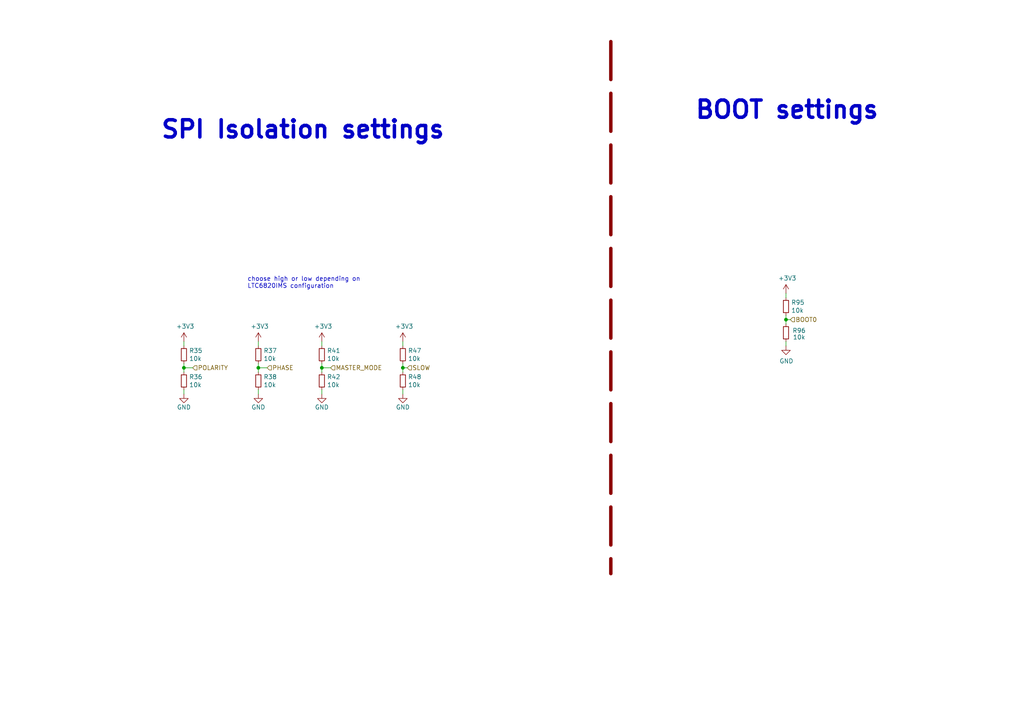
<source format=kicad_sch>
(kicad_sch (version 20211123) (generator eeschema)

  (uuid cc8aafa3-c0f2-46b2-ac4f-fedb29013d76)

  (paper "A4")

  (lib_symbols
    (symbol "Device:R_Small" (pin_numbers hide) (pin_names (offset 0.254) hide) (in_bom yes) (on_board yes)
      (property "Reference" "R" (id 0) (at 0.762 0.508 0)
        (effects (font (size 1.27 1.27)) (justify left))
      )
      (property "Value" "R_Small" (id 1) (at 0.762 -1.016 0)
        (effects (font (size 1.27 1.27)) (justify left))
      )
      (property "Footprint" "" (id 2) (at 0 0 0)
        (effects (font (size 1.27 1.27)) hide)
      )
      (property "Datasheet" "~" (id 3) (at 0 0 0)
        (effects (font (size 1.27 1.27)) hide)
      )
      (property "ki_keywords" "R resistor" (id 4) (at 0 0 0)
        (effects (font (size 1.27 1.27)) hide)
      )
      (property "ki_description" "Resistor, small symbol" (id 5) (at 0 0 0)
        (effects (font (size 1.27 1.27)) hide)
      )
      (property "ki_fp_filters" "R_*" (id 6) (at 0 0 0)
        (effects (font (size 1.27 1.27)) hide)
      )
      (symbol "R_Small_0_1"
        (rectangle (start -0.762 1.778) (end 0.762 -1.778)
          (stroke (width 0.2032) (type default) (color 0 0 0 0))
          (fill (type none))
        )
      )
      (symbol "R_Small_1_1"
        (pin passive line (at 0 2.54 270) (length 0.762)
          (name "~" (effects (font (size 1.27 1.27))))
          (number "1" (effects (font (size 1.27 1.27))))
        )
        (pin passive line (at 0 -2.54 90) (length 0.762)
          (name "~" (effects (font (size 1.27 1.27))))
          (number "2" (effects (font (size 1.27 1.27))))
        )
      )
    )
    (symbol "power:+3.3V" (power) (pin_names (offset 0)) (in_bom yes) (on_board yes)
      (property "Reference" "#PWR" (id 0) (at 0 -3.81 0)
        (effects (font (size 1.27 1.27)) hide)
      )
      (property "Value" "+3.3V" (id 1) (at 0 3.556 0)
        (effects (font (size 1.27 1.27)))
      )
      (property "Footprint" "" (id 2) (at 0 0 0)
        (effects (font (size 1.27 1.27)) hide)
      )
      (property "Datasheet" "" (id 3) (at 0 0 0)
        (effects (font (size 1.27 1.27)) hide)
      )
      (property "ki_keywords" "power-flag" (id 4) (at 0 0 0)
        (effects (font (size 1.27 1.27)) hide)
      )
      (property "ki_description" "Power symbol creates a global label with name \"+3.3V\"" (id 5) (at 0 0 0)
        (effects (font (size 1.27 1.27)) hide)
      )
      (symbol "+3.3V_0_1"
        (polyline
          (pts
            (xy -0.762 1.27)
            (xy 0 2.54)
          )
          (stroke (width 0) (type default) (color 0 0 0 0))
          (fill (type none))
        )
        (polyline
          (pts
            (xy 0 0)
            (xy 0 2.54)
          )
          (stroke (width 0) (type default) (color 0 0 0 0))
          (fill (type none))
        )
        (polyline
          (pts
            (xy 0 2.54)
            (xy 0.762 1.27)
          )
          (stroke (width 0) (type default) (color 0 0 0 0))
          (fill (type none))
        )
      )
      (symbol "+3.3V_1_1"
        (pin power_in line (at 0 0 90) (length 0) hide
          (name "+3V3" (effects (font (size 1.27 1.27))))
          (number "1" (effects (font (size 1.27 1.27))))
        )
      )
    )
    (symbol "power:GND" (power) (pin_names (offset 0)) (in_bom yes) (on_board yes)
      (property "Reference" "#PWR" (id 0) (at 0 -6.35 0)
        (effects (font (size 1.27 1.27)) hide)
      )
      (property "Value" "GND" (id 1) (at 0 -3.81 0)
        (effects (font (size 1.27 1.27)))
      )
      (property "Footprint" "" (id 2) (at 0 0 0)
        (effects (font (size 1.27 1.27)) hide)
      )
      (property "Datasheet" "" (id 3) (at 0 0 0)
        (effects (font (size 1.27 1.27)) hide)
      )
      (property "ki_keywords" "power-flag" (id 4) (at 0 0 0)
        (effects (font (size 1.27 1.27)) hide)
      )
      (property "ki_description" "Power symbol creates a global label with name \"GND\" , ground" (id 5) (at 0 0 0)
        (effects (font (size 1.27 1.27)) hide)
      )
      (symbol "GND_0_1"
        (polyline
          (pts
            (xy 0 0)
            (xy 0 -1.27)
            (xy 1.27 -1.27)
            (xy 0 -2.54)
            (xy -1.27 -1.27)
            (xy 0 -1.27)
          )
          (stroke (width 0) (type default) (color 0 0 0 0))
          (fill (type none))
        )
      )
      (symbol "GND_1_1"
        (pin power_in line (at 0 0 270) (length 0) hide
          (name "GND" (effects (font (size 1.27 1.27))))
          (number "1" (effects (font (size 1.27 1.27))))
        )
      )
    )
  )

  (junction (at 74.93 106.68) (diameter 0) (color 0 0 0 0)
    (uuid 00eb6f8c-bf5d-4ba7-828f-6863d3ee5030)
  )
  (junction (at 93.345 106.68) (diameter 0) (color 0 0 0 0)
    (uuid 06871511-f833-401d-9f09-b2f015c1fdfe)
  )
  (junction (at 116.84 106.68) (diameter 0) (color 0 0 0 0)
    (uuid 2e245bb3-295a-4141-abbd-395e721cbc9e)
  )
  (junction (at 227.965 92.71) (diameter 0) (color 0 0 0 0)
    (uuid 7ac82ae9-eda1-4e2c-8601-3aeaaf08b3ed)
  )
  (junction (at 53.34 106.68) (diameter 0) (color 0 0 0 0)
    (uuid db47cb2f-a4d2-4284-9b9d-be38a06b7578)
  )

  (wire (pts (xy 93.345 106.68) (xy 95.885 106.68))
    (stroke (width 0) (type default) (color 0 0 0 0))
    (uuid 0ecb8126-7a90-4190-8978-22b021680bdd)
  )
  (wire (pts (xy 53.34 99.06) (xy 53.34 100.33))
    (stroke (width 0) (type default) (color 0 0 0 0))
    (uuid 1458456a-55ad-4dd0-8474-2c0380a7c0be)
  )
  (wire (pts (xy 74.93 105.41) (xy 74.93 106.68))
    (stroke (width 0) (type default) (color 0 0 0 0))
    (uuid 185e0d61-5770-49c9-84d7-4317ca79a267)
  )
  (wire (pts (xy 53.34 113.03) (xy 53.34 114.3))
    (stroke (width 0) (type default) (color 0 0 0 0))
    (uuid 1d659f1b-2541-44a9-ab5f-1fab65ebd469)
  )
  (wire (pts (xy 116.84 106.68) (xy 116.84 107.95))
    (stroke (width 0) (type default) (color 0 0 0 0))
    (uuid 2b1824a3-8139-4877-bac1-24fb9cf7cec8)
  )
  (wire (pts (xy 227.965 99.06) (xy 227.965 100.33))
    (stroke (width 0) (type default) (color 0 0 0 0))
    (uuid 2b560322-ab1e-4c2f-87d6-b32da712ab92)
  )
  (wire (pts (xy 116.84 106.68) (xy 118.11 106.68))
    (stroke (width 0) (type default) (color 0 0 0 0))
    (uuid 2f456968-8893-41e6-af5d-a9c897b026ec)
  )
  (wire (pts (xy 74.93 106.68) (xy 77.47 106.68))
    (stroke (width 0) (type default) (color 0 0 0 0))
    (uuid 2f4cf397-f979-492e-be10-f42656541a09)
  )
  (wire (pts (xy 74.93 113.03) (xy 74.93 114.3))
    (stroke (width 0) (type default) (color 0 0 0 0))
    (uuid 672ac2b7-1292-48f3-b122-4528c29334fd)
  )
  (wire (pts (xy 227.965 86.36) (xy 227.965 85.09))
    (stroke (width 0) (type default) (color 0 0 0 0))
    (uuid 6d285fed-2bcf-45ec-81e5-fc7b507af900)
  )
  (wire (pts (xy 116.84 100.33) (xy 116.84 99.06))
    (stroke (width 0) (type default) (color 0 0 0 0))
    (uuid 86b38e72-ba5e-4424-ab91-8dd24649f9a9)
  )
  (wire (pts (xy 53.34 106.68) (xy 55.88 106.68))
    (stroke (width 0) (type default) (color 0 0 0 0))
    (uuid 9d265c53-5e6b-429a-a332-99cc75b89321)
  )
  (polyline (pts (xy 177.165 12.065) (xy 177.165 166.37))
    (stroke (width 1) (type default) (color 132 0 0 1))
    (uuid 9df3b8dc-9bd1-4116-8294-f68e526a1ce3)
  )

  (wire (pts (xy 53.34 106.68) (xy 53.34 107.95))
    (stroke (width 0) (type default) (color 0 0 0 0))
    (uuid a01f1463-7e72-458c-afd7-250686b51e6b)
  )
  (wire (pts (xy 227.965 91.44) (xy 227.965 92.71))
    (stroke (width 0) (type default) (color 0 0 0 0))
    (uuid a648bb14-be34-49d2-b30f-0c0cdb0e391d)
  )
  (wire (pts (xy 116.84 113.03) (xy 116.84 114.3))
    (stroke (width 0) (type default) (color 0 0 0 0))
    (uuid b32e1dbc-28f0-424f-aa3e-d6d23cdd7fd8)
  )
  (wire (pts (xy 74.93 106.68) (xy 74.93 107.95))
    (stroke (width 0) (type default) (color 0 0 0 0))
    (uuid c86db6aa-c53d-4c7e-a5ed-e7db5622d7aa)
  )
  (wire (pts (xy 93.345 113.03) (xy 93.345 114.3))
    (stroke (width 0) (type default) (color 0 0 0 0))
    (uuid c89c99bb-7de4-42fb-b8f4-e73d8e6deb5f)
  )
  (wire (pts (xy 53.34 105.41) (xy 53.34 106.68))
    (stroke (width 0) (type default) (color 0 0 0 0))
    (uuid cbb23396-5808-451f-aa4c-ad06087e5030)
  )
  (wire (pts (xy 116.84 105.41) (xy 116.84 106.68))
    (stroke (width 0) (type default) (color 0 0 0 0))
    (uuid dad14724-434c-448f-8a61-b934cd19c494)
  )
  (wire (pts (xy 93.345 105.41) (xy 93.345 106.68))
    (stroke (width 0) (type default) (color 0 0 0 0))
    (uuid e0dd16bc-c973-4372-86cf-6088eb71d278)
  )
  (wire (pts (xy 93.345 106.68) (xy 93.345 107.95))
    (stroke (width 0) (type default) (color 0 0 0 0))
    (uuid eab18764-4e5f-4fd9-96fc-c77f972c7b2f)
  )
  (wire (pts (xy 229.235 92.71) (xy 227.965 92.71))
    (stroke (width 0) (type default) (color 0 0 0 0))
    (uuid edff1201-6bbb-4a88-9ffd-b95e528c8b60)
  )
  (wire (pts (xy 227.965 92.71) (xy 227.965 93.98))
    (stroke (width 0) (type default) (color 0 0 0 0))
    (uuid fe13ecff-e178-431f-ad03-f53485bf923f)
  )
  (wire (pts (xy 93.345 100.33) (xy 93.345 99.06))
    (stroke (width 0) (type default) (color 0 0 0 0))
    (uuid ffbc7b1c-2d7f-4b92-aba5-ab51cc81cdbb)
  )
  (wire (pts (xy 74.93 100.33) (xy 74.93 99.06))
    (stroke (width 0) (type default) (color 0 0 0 0))
    (uuid ffc686d2-9e47-408a-b43b-8c2eea7de7fd)
  )

  (text "BOOT settings" (at 201.295 34.925 0)
    (effects (font (size 5 5) (thickness 1) bold) (justify left bottom))
    (uuid 7d2755c2-e280-43a2-a42e-aa6e02c2ab3b)
  )
  (text "choose high or low depending on \nLTC6820IMS configuration"
    (at 71.755 83.82 0)
    (effects (font (size 1.27 1.27)) (justify left bottom))
    (uuid bc571b11-0f97-4b07-bae5-fa1038a20cb0)
  )
  (text "SPI Isolation settings" (at 46.355 40.64 0)
    (effects (font (size 5 5) (thickness 1) bold) (justify left bottom))
    (uuid ef7c93ba-bc49-4146-96cc-f903cc297a62)
  )

  (hierarchical_label "BOOT0" (shape input) (at 229.235 92.71 0)
    (effects (font (size 1.27 1.27)) (justify left))
    (uuid 291bd815-fda1-4dd8-91cb-d9a1114fd39f)
  )
  (hierarchical_label "POLARITY" (shape input) (at 55.88 106.68 0)
    (effects (font (size 1.27 1.27)) (justify left))
    (uuid 5761d8a0-9134-42af-bcd4-fe24a5ca8ef8)
  )
  (hierarchical_label "SLOW" (shape input) (at 118.11 106.68 0)
    (effects (font (size 1.27 1.27)) (justify left))
    (uuid a6bd8e82-ecb4-42c9-832d-be6b4790ba79)
  )
  (hierarchical_label "PHASE" (shape input) (at 77.47 106.68 0)
    (effects (font (size 1.27 1.27)) (justify left))
    (uuid c37732e3-4bd7-4977-b545-fba360799ed8)
  )
  (hierarchical_label "MASTER_MODE" (shape input) (at 95.885 106.68 0)
    (effects (font (size 1.27 1.27)) (justify left))
    (uuid c98eaf00-0bfd-4ae9-a4ae-0ee91bbc46d5)
  )

  (symbol (lib_id "Device:R_Small") (at 74.93 102.87 0) (unit 1)
    (in_bom yes) (on_board yes)
    (uuid 19fd6401-c9eb-4e0f-92df-b0ca0b15eed8)
    (property "Reference" "R37" (id 0) (at 76.4286 101.7016 0)
      (effects (font (size 1.27 1.27)) (justify left))
    )
    (property "Value" "10k" (id 1) (at 76.4286 104.013 0)
      (effects (font (size 1.27 1.27)) (justify left))
    )
    (property "Footprint" "Resistor_SMD:R_0603_1608Metric" (id 2) (at 74.93 102.87 0)
      (effects (font (size 1.27 1.27)) hide)
    )
    (property "Datasheet" "~" (id 3) (at 74.93 102.87 0)
      (effects (font (size 1.27 1.27)) hide)
    )
    (pin "1" (uuid 3da78b75-51bc-425d-a507-b6bedb7899ec))
    (pin "2" (uuid 9065300f-8590-411d-aabd-d15ab3648531))
  )

  (symbol (lib_id "Device:R_Small") (at 116.84 102.87 0) (unit 1)
    (in_bom yes) (on_board yes)
    (uuid 1b37a2c9-3121-4be3-b1ec-c227a97526af)
    (property "Reference" "R47" (id 0) (at 118.3386 101.7016 0)
      (effects (font (size 1.27 1.27)) (justify left))
    )
    (property "Value" "10k" (id 1) (at 118.3386 104.013 0)
      (effects (font (size 1.27 1.27)) (justify left))
    )
    (property "Footprint" "Resistor_SMD:R_0603_1608Metric" (id 2) (at 116.84 102.87 0)
      (effects (font (size 1.27 1.27)) hide)
    )
    (property "Datasheet" "~" (id 3) (at 116.84 102.87 0)
      (effects (font (size 1.27 1.27)) hide)
    )
    (pin "1" (uuid cdfa679e-4b8b-4ac9-aa05-fe63f185dd73))
    (pin "2" (uuid 81030a71-863a-4816-a0d0-fb898743ac78))
  )

  (symbol (lib_id "power:GND") (at 116.84 114.3 0) (unit 1)
    (in_bom yes) (on_board yes)
    (uuid 2163377e-fffd-4377-a775-560ba8c56233)
    (property "Reference" "#PWR0151" (id 0) (at 116.84 120.65 0)
      (effects (font (size 1.27 1.27)) hide)
    )
    (property "Value" "GND" (id 1) (at 116.84 118.11 0))
    (property "Footprint" "" (id 2) (at 116.84 114.3 0)
      (effects (font (size 1.27 1.27)) hide)
    )
    (property "Datasheet" "" (id 3) (at 116.84 114.3 0)
      (effects (font (size 1.27 1.27)) hide)
    )
    (pin "1" (uuid 2129fc89-d4c7-4281-9e16-b540bf9d82f2))
  )

  (symbol (lib_id "power:+3.3V") (at 227.965 85.09 0) (unit 1)
    (in_bom yes) (on_board yes)
    (uuid 2316a608-b183-4d5f-8ea0-5804fc61313f)
    (property "Reference" "#PWR0153" (id 0) (at 227.965 88.9 0)
      (effects (font (size 1.27 1.27)) hide)
    )
    (property "Value" "+3.3V" (id 1) (at 228.346 80.6958 0))
    (property "Footprint" "" (id 2) (at 227.965 85.09 0)
      (effects (font (size 1.27 1.27)) hide)
    )
    (property "Datasheet" "" (id 3) (at 227.965 85.09 0)
      (effects (font (size 1.27 1.27)) hide)
    )
    (pin "1" (uuid be63866f-fcfb-4a75-98db-dfeb823beebf))
  )

  (symbol (lib_id "power:GND") (at 93.345 114.3 0) (unit 1)
    (in_bom yes) (on_board yes)
    (uuid 311df764-74e0-430e-a93d-087c32902d21)
    (property "Reference" "#PWR0149" (id 0) (at 93.345 120.65 0)
      (effects (font (size 1.27 1.27)) hide)
    )
    (property "Value" "GND" (id 1) (at 93.345 118.11 0))
    (property "Footprint" "" (id 2) (at 93.345 114.3 0)
      (effects (font (size 1.27 1.27)) hide)
    )
    (property "Datasheet" "" (id 3) (at 93.345 114.3 0)
      (effects (font (size 1.27 1.27)) hide)
    )
    (pin "1" (uuid d8332ef3-c387-42fe-8998-380bf9fc1de1))
  )

  (symbol (lib_id "Device:R_Small") (at 93.345 102.87 0) (unit 1)
    (in_bom yes) (on_board yes)
    (uuid 31969737-7a8f-4945-8c24-65da8a6b792b)
    (property "Reference" "R41" (id 0) (at 94.8436 101.7016 0)
      (effects (font (size 1.27 1.27)) (justify left))
    )
    (property "Value" "10k" (id 1) (at 94.8436 104.013 0)
      (effects (font (size 1.27 1.27)) (justify left))
    )
    (property "Footprint" "Resistor_SMD:R_0603_1608Metric" (id 2) (at 93.345 102.87 0)
      (effects (font (size 1.27 1.27)) hide)
    )
    (property "Datasheet" "~" (id 3) (at 93.345 102.87 0)
      (effects (font (size 1.27 1.27)) hide)
    )
    (pin "1" (uuid 45f2d201-df67-4986-b1f3-8b0422035c1d))
    (pin "2" (uuid 1336440e-3f03-414f-8d8a-94c5038ee78b))
  )

  (symbol (lib_id "Device:R_Small") (at 53.34 102.87 0) (unit 1)
    (in_bom yes) (on_board yes)
    (uuid 3fc52607-4cbd-414a-94a3-8f5fc8edaed0)
    (property "Reference" "R35" (id 0) (at 54.8386 101.7016 0)
      (effects (font (size 1.27 1.27)) (justify left))
    )
    (property "Value" "10k" (id 1) (at 54.8386 104.013 0)
      (effects (font (size 1.27 1.27)) (justify left))
    )
    (property "Footprint" "Resistor_SMD:R_0603_1608Metric" (id 2) (at 53.34 102.87 0)
      (effects (font (size 1.27 1.27)) hide)
    )
    (property "Datasheet" "~" (id 3) (at 53.34 102.87 0)
      (effects (font (size 1.27 1.27)) hide)
    )
    (pin "1" (uuid ffc5c8a8-b1c9-4503-a232-174fee85c095))
    (pin "2" (uuid 1e34707d-4d94-48a1-b586-29620e8f9533))
  )

  (symbol (lib_id "Device:R_Small") (at 227.965 88.9 0) (unit 1)
    (in_bom yes) (on_board yes)
    (uuid 4457562e-310d-428f-be69-51bb81f74ed6)
    (property "Reference" "R95" (id 0) (at 229.4636 87.7316 0)
      (effects (font (size 1.27 1.27)) (justify left))
    )
    (property "Value" "10k" (id 1) (at 229.4636 90.043 0)
      (effects (font (size 1.27 1.27)) (justify left))
    )
    (property "Footprint" "Resistor_SMD:R_0603_1608Metric" (id 2) (at 227.965 88.9 0)
      (effects (font (size 1.27 1.27)) hide)
    )
    (property "Datasheet" "~" (id 3) (at 227.965 88.9 0)
      (effects (font (size 1.27 1.27)) hide)
    )
    (pin "1" (uuid 55c28ae7-73ed-4e29-8e71-31aa673cc081))
    (pin "2" (uuid 761056a7-9a68-4db1-8ce5-d211ed403d1b))
  )

  (symbol (lib_id "Device:R_Small") (at 74.93 110.49 0) (unit 1)
    (in_bom yes) (on_board yes)
    (uuid 8453d425-0ecb-4a50-8e75-3ac509e1ceba)
    (property "Reference" "R38" (id 0) (at 76.4286 109.3216 0)
      (effects (font (size 1.27 1.27)) (justify left))
    )
    (property "Value" "10k" (id 1) (at 76.4286 111.633 0)
      (effects (font (size 1.27 1.27)) (justify left))
    )
    (property "Footprint" "Resistor_SMD:R_0603_1608Metric" (id 2) (at 74.93 110.49 0)
      (effects (font (size 1.27 1.27)) hide)
    )
    (property "Datasheet" "~" (id 3) (at 74.93 110.49 0)
      (effects (font (size 1.27 1.27)) hide)
    )
    (pin "1" (uuid 10404562-a665-48e3-b854-4e198e722be9))
    (pin "2" (uuid 6a2612de-2576-4349-aa46-7660effb3eff))
  )

  (symbol (lib_id "power:GND") (at 74.93 114.3 0) (unit 1)
    (in_bom yes) (on_board yes)
    (uuid a52265a2-b6f5-4b85-95b5-f4be685970e1)
    (property "Reference" "#PWR0150" (id 0) (at 74.93 120.65 0)
      (effects (font (size 1.27 1.27)) hide)
    )
    (property "Value" "GND" (id 1) (at 74.93 118.11 0))
    (property "Footprint" "" (id 2) (at 74.93 114.3 0)
      (effects (font (size 1.27 1.27)) hide)
    )
    (property "Datasheet" "" (id 3) (at 74.93 114.3 0)
      (effects (font (size 1.27 1.27)) hide)
    )
    (pin "1" (uuid 2b45a8a2-6bc5-4e5c-bd05-8b562c2b97f7))
  )

  (symbol (lib_id "power:+3.3V") (at 53.34 99.06 0) (unit 1)
    (in_bom yes) (on_board yes)
    (uuid ae227adc-b236-47c3-8740-3d65abdbdd0a)
    (property "Reference" "#PWR049" (id 0) (at 53.34 102.87 0)
      (effects (font (size 1.27 1.27)) hide)
    )
    (property "Value" "+3.3V" (id 1) (at 53.721 94.6658 0))
    (property "Footprint" "" (id 2) (at 53.34 99.06 0)
      (effects (font (size 1.27 1.27)) hide)
    )
    (property "Datasheet" "" (id 3) (at 53.34 99.06 0)
      (effects (font (size 1.27 1.27)) hide)
    )
    (pin "1" (uuid 1974fb36-a03d-4832-a645-5c319575895d))
  )

  (symbol (lib_id "power:GND") (at 227.965 100.33 0) (unit 1)
    (in_bom yes) (on_board yes)
    (uuid b6ff7079-fc14-4d1f-bd9c-f2b3fab1e936)
    (property "Reference" "#PWR0152" (id 0) (at 227.965 106.68 0)
      (effects (font (size 1.27 1.27)) hide)
    )
    (property "Value" "GND" (id 1) (at 228.092 104.7242 0))
    (property "Footprint" "" (id 2) (at 227.965 100.33 0)
      (effects (font (size 1.27 1.27)) hide)
    )
    (property "Datasheet" "" (id 3) (at 227.965 100.33 0)
      (effects (font (size 1.27 1.27)) hide)
    )
    (pin "1" (uuid aea84b34-f307-4eb0-ac6e-65ca7defcdf6))
  )

  (symbol (lib_id "Device:R_Small") (at 227.965 96.52 180) (unit 1)
    (in_bom yes) (on_board yes)
    (uuid c643e76b-7d3d-428e-b3ae-5e4b227400ce)
    (property "Reference" "R96" (id 0) (at 231.775 95.885 0))
    (property "Value" "10k" (id 1) (at 231.775 97.79 0))
    (property "Footprint" "Resistor_SMD:R_0603_1608Metric" (id 2) (at 227.965 96.52 0)
      (effects (font (size 1.27 1.27)) hide)
    )
    (property "Datasheet" "~" (id 3) (at 227.965 96.52 0)
      (effects (font (size 1.27 1.27)) hide)
    )
    (pin "1" (uuid 9da51a02-4c56-4d71-a4d3-2dada9910244))
    (pin "2" (uuid cd830bb0-a962-4290-9ec3-ff539cb392ed))
  )

  (symbol (lib_id "power:+3.3V") (at 93.345 99.06 0) (unit 1)
    (in_bom yes) (on_board yes)
    (uuid cc56eb29-0955-4a1a-9f42-6f6f7fd20094)
    (property "Reference" "#PWR0147" (id 0) (at 93.345 102.87 0)
      (effects (font (size 1.27 1.27)) hide)
    )
    (property "Value" "+3.3V" (id 1) (at 93.726 94.6658 0))
    (property "Footprint" "" (id 2) (at 93.345 99.06 0)
      (effects (font (size 1.27 1.27)) hide)
    )
    (property "Datasheet" "" (id 3) (at 93.345 99.06 0)
      (effects (font (size 1.27 1.27)) hide)
    )
    (pin "1" (uuid 64a1254f-e05e-4649-abc0-1c3746a044c7))
  )

  (symbol (lib_id "Device:R_Small") (at 93.345 110.49 0) (unit 1)
    (in_bom yes) (on_board yes)
    (uuid cd03f905-01a6-4315-9e07-17cd855a1de5)
    (property "Reference" "R42" (id 0) (at 94.8436 109.3216 0)
      (effects (font (size 1.27 1.27)) (justify left))
    )
    (property "Value" "10k" (id 1) (at 94.8436 111.633 0)
      (effects (font (size 1.27 1.27)) (justify left))
    )
    (property "Footprint" "Resistor_SMD:R_0603_1608Metric" (id 2) (at 93.345 110.49 0)
      (effects (font (size 1.27 1.27)) hide)
    )
    (property "Datasheet" "~" (id 3) (at 93.345 110.49 0)
      (effects (font (size 1.27 1.27)) hide)
    )
    (pin "1" (uuid 9c5ba8af-5f09-4f39-b07d-b570af0ff641))
    (pin "2" (uuid 68ee72c6-4f43-493f-9aa7-c751ba18070b))
  )

  (symbol (lib_id "Device:R_Small") (at 53.34 110.49 0) (unit 1)
    (in_bom yes) (on_board yes)
    (uuid e7b4e52d-0f78-4403-9077-375a4b04258b)
    (property "Reference" "R36" (id 0) (at 54.8386 109.3216 0)
      (effects (font (size 1.27 1.27)) (justify left))
    )
    (property "Value" "10k" (id 1) (at 54.8386 111.633 0)
      (effects (font (size 1.27 1.27)) (justify left))
    )
    (property "Footprint" "Resistor_SMD:R_0603_1608Metric" (id 2) (at 53.34 110.49 0)
      (effects (font (size 1.27 1.27)) hide)
    )
    (property "Datasheet" "~" (id 3) (at 53.34 110.49 0)
      (effects (font (size 1.27 1.27)) hide)
    )
    (pin "1" (uuid 208c70f2-78f9-455d-b062-21bebb6be94d))
    (pin "2" (uuid 7c248330-77ec-40e5-845e-5e6d4643eb79))
  )

  (symbol (lib_id "power:+3.3V") (at 116.84 99.06 0) (unit 1)
    (in_bom yes) (on_board yes)
    (uuid eab286d3-409a-40f9-a17e-96e049421d2f)
    (property "Reference" "#PWR0146" (id 0) (at 116.84 102.87 0)
      (effects (font (size 1.27 1.27)) hide)
    )
    (property "Value" "+3.3V" (id 1) (at 117.221 94.6658 0))
    (property "Footprint" "" (id 2) (at 116.84 99.06 0)
      (effects (font (size 1.27 1.27)) hide)
    )
    (property "Datasheet" "" (id 3) (at 116.84 99.06 0)
      (effects (font (size 1.27 1.27)) hide)
    )
    (pin "1" (uuid d4d70872-f6d7-4b07-b9a9-a07b5eb9a8cd))
  )

  (symbol (lib_id "Device:R_Small") (at 116.84 110.49 0) (unit 1)
    (in_bom yes) (on_board yes)
    (uuid ee30a5af-c319-450b-88e7-ff666d2b1e52)
    (property "Reference" "R48" (id 0) (at 118.3386 109.3216 0)
      (effects (font (size 1.27 1.27)) (justify left))
    )
    (property "Value" "10k" (id 1) (at 118.3386 111.633 0)
      (effects (font (size 1.27 1.27)) (justify left))
    )
    (property "Footprint" "Resistor_SMD:R_0603_1608Metric" (id 2) (at 116.84 110.49 0)
      (effects (font (size 1.27 1.27)) hide)
    )
    (property "Datasheet" "~" (id 3) (at 116.84 110.49 0)
      (effects (font (size 1.27 1.27)) hide)
    )
    (pin "1" (uuid f3fc55e2-f2ef-4450-88db-a35148564e54))
    (pin "2" (uuid 11e7ac0b-a583-4df6-93a0-4cbb6a64dbc8))
  )

  (symbol (lib_id "power:+3.3V") (at 74.93 99.06 0) (unit 1)
    (in_bom yes) (on_board yes)
    (uuid ee8d9cd9-e8a5-4892-aa41-8d27c08d1718)
    (property "Reference" "#PWR0148" (id 0) (at 74.93 102.87 0)
      (effects (font (size 1.27 1.27)) hide)
    )
    (property "Value" "+3.3V" (id 1) (at 75.311 94.6658 0))
    (property "Footprint" "" (id 2) (at 74.93 99.06 0)
      (effects (font (size 1.27 1.27)) hide)
    )
    (property "Datasheet" "" (id 3) (at 74.93 99.06 0)
      (effects (font (size 1.27 1.27)) hide)
    )
    (pin "1" (uuid 5e60773c-80e1-4303-9a01-8922011173d1))
  )

  (symbol (lib_id "power:GND") (at 53.34 114.3 0) (unit 1)
    (in_bom yes) (on_board yes)
    (uuid f2d2266a-2df5-4f43-bcec-dab4370e297d)
    (property "Reference" "#PWR050" (id 0) (at 53.34 120.65 0)
      (effects (font (size 1.27 1.27)) hide)
    )
    (property "Value" "GND" (id 1) (at 53.34 118.11 0))
    (property "Footprint" "" (id 2) (at 53.34 114.3 0)
      (effects (font (size 1.27 1.27)) hide)
    )
    (property "Datasheet" "" (id 3) (at 53.34 114.3 0)
      (effects (font (size 1.27 1.27)) hide)
    )
    (pin "1" (uuid 89414887-69ea-481f-8081-affcb51acf94))
  )
)

</source>
